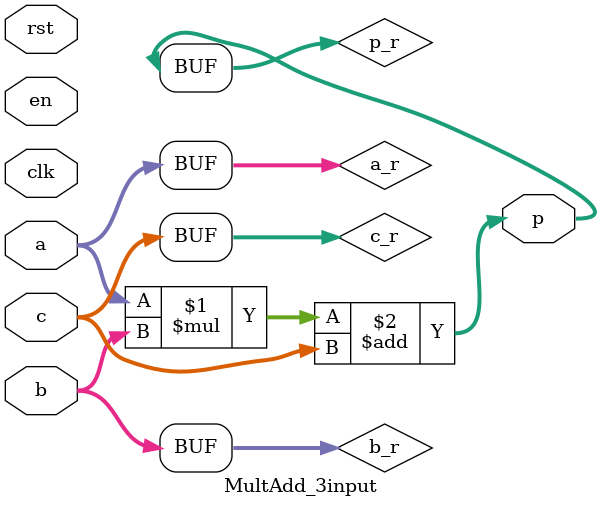
<source format=v>

 module MultAdd_3input #(
  parameter AWIDTH = 16,  // Width of multiplier's 1st input
  parameter BWIDTH = 16,  // Width of multiplier's 2nd input
  parameter CWIDTH = 32,  // Width of Adder input
  parameter PWIDTH = 33   // Output Width
 ) (
  input clk, // Clock
  input rst, // Reset
  input en, // Reg enable
  input signed [AWIDTH-1:0] a, // Multiplier input
  input signed [BWIDTH-1:0] b, // Mutiplier input
  input signed [CWIDTH-1:0] c, // Adder input
 output signed [PWIDTH-1:0] p// Result
 );

  wire signed [AWIDTH-1:0] a_r; // Multiplier input
  wire signed [BWIDTH-1:0] b_r; // Mutiplier input
  wire signed [CWIDTH-1:0] c_r; // Adder input
  wire signed [PWIDTH-1:0] p_r; // Result

  assign a_r = a;
  assign b_r = b;
  assign c_r = c;
  assign p_r = a_r * b_r + c_r;
  assign p = p_r;
 endmodule
  
</source>
